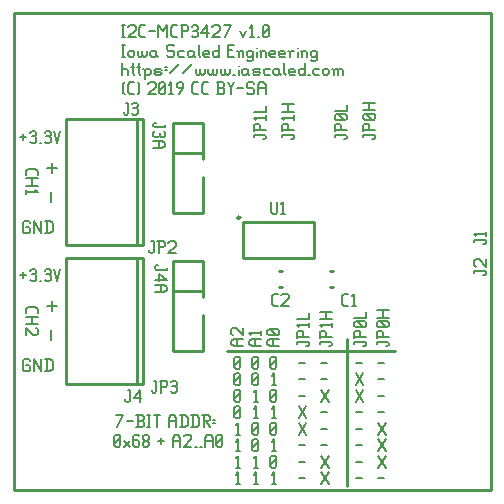
<source format=gbr>
G04 start of page 8 for group -4079 idx -4079 *
G04 Title: (unknown), topsilk *
G04 Creator: pcb 20140316 *
G04 CreationDate: Tue 26 Feb 2019 04:37:41 AM GMT UTC *
G04 For: railfan *
G04 Format: Gerber/RS-274X *
G04 PCB-Dimensions (mil): 1600.00 1600.00 *
G04 PCB-Coordinate-Origin: lower left *
%MOIN*%
%FSLAX25Y25*%
%LNTOPSILK*%
%ADD58C,0.0080*%
%ADD57C,0.0100*%
G54D57*X500Y500D02*X159500D01*
Y159500D01*
X500D01*
Y500D01*
X111500Y51000D02*Y2000D01*
X71500Y47000D02*X127500D01*
G54D58*X36500Y149000D02*X37500D01*
X37000D02*Y145000D01*
X36500D02*X37500D01*
X38700Y146500D02*Y145500D01*
Y146500D02*X39200Y147000D01*
X40200D01*
X40700Y146500D01*
Y145500D01*
X40200Y145000D02*X40700Y145500D01*
X39200Y145000D02*X40200D01*
X38700Y145500D02*X39200Y145000D01*
X41900Y147000D02*Y145500D01*
X42400Y145000D01*
X42900D01*
X43400Y145500D01*
Y147000D02*Y145500D01*
X43900Y145000D01*
X44400D01*
X44900Y145500D01*
Y147000D02*Y145500D01*
X47600Y147000D02*X48100Y146500D01*
X46600Y147000D02*X47600D01*
X46100Y146500D02*X46600Y147000D01*
X46100Y146500D02*Y145500D01*
X46600Y145000D01*
X48100Y147000D02*Y145500D01*
X48600Y145000D01*
X46600D02*X47600D01*
X48100Y145500D01*
X53600Y149000D02*X54100Y148500D01*
X52100Y149000D02*X53600D01*
X51600Y148500D02*X52100Y149000D01*
X51600Y148500D02*Y147500D01*
X52100Y147000D01*
X53600D01*
X54100Y146500D01*
Y145500D01*
X53600Y145000D02*X54100Y145500D01*
X52100Y145000D02*X53600D01*
X51600Y145500D02*X52100Y145000D01*
X55800Y147000D02*X57300D01*
X55300Y146500D02*X55800Y147000D01*
X55300Y146500D02*Y145500D01*
X55800Y145000D01*
X57300D01*
X60000Y147000D02*X60500Y146500D01*
X59000Y147000D02*X60000D01*
X58500Y146500D02*X59000Y147000D01*
X58500Y146500D02*Y145500D01*
X59000Y145000D01*
X60500Y147000D02*Y145500D01*
X61000Y145000D01*
X59000D02*X60000D01*
X60500Y145500D01*
X62200Y149000D02*Y145500D01*
X62700Y145000D01*
X64200D02*X65700D01*
X63700Y145500D02*X64200Y145000D01*
X63700Y146500D02*Y145500D01*
Y146500D02*X64200Y147000D01*
X65200D01*
X65700Y146500D01*
X63700Y146000D02*X65700D01*
Y146500D02*Y146000D01*
X68900Y149000D02*Y145000D01*
X68400D02*X68900Y145500D01*
X67400Y145000D02*X68400D01*
X66900Y145500D02*X67400Y145000D01*
X66900Y146500D02*Y145500D01*
Y146500D02*X67400Y147000D01*
X68400D01*
X68900Y146500D01*
X71900Y147200D02*X73400D01*
X71900Y145000D02*X73900D01*
X71900Y149000D02*Y145000D01*
Y149000D02*X73900D01*
X75600Y146500D02*Y145000D01*
Y146500D02*X76100Y147000D01*
X76600D01*
X77100Y146500D01*
Y145000D01*
X75100Y147000D02*X75600Y146500D01*
X79800Y147000D02*X80300Y146500D01*
X78800Y147000D02*X79800D01*
X78300Y146500D02*X78800Y147000D01*
X78300Y146500D02*Y145500D01*
X78800Y145000D01*
X79800D01*
X80300Y145500D01*
X78300Y144000D02*X78800Y143500D01*
X79800D01*
X80300Y144000D01*
Y147000D02*Y144000D01*
X81500Y148000D02*Y147900D01*
Y146500D02*Y145000D01*
X83000Y146500D02*Y145000D01*
Y146500D02*X83500Y147000D01*
X84000D01*
X84500Y146500D01*
Y145000D01*
X82500Y147000D02*X83000Y146500D01*
X86200Y145000D02*X87700D01*
X85700Y145500D02*X86200Y145000D01*
X85700Y146500D02*Y145500D01*
Y146500D02*X86200Y147000D01*
X87200D01*
X87700Y146500D01*
X85700Y146000D02*X87700D01*
Y146500D02*Y146000D01*
X89400Y145000D02*X90900D01*
X88900Y145500D02*X89400Y145000D01*
X88900Y146500D02*Y145500D01*
Y146500D02*X89400Y147000D01*
X90400D01*
X90900Y146500D01*
X88900Y146000D02*X90900D01*
Y146500D02*Y146000D01*
X92600Y146500D02*Y145000D01*
Y146500D02*X93100Y147000D01*
X94100D01*
X92100D02*X92600Y146500D01*
X95300Y148000D02*Y147900D01*
Y146500D02*Y145000D01*
X96800Y146500D02*Y145000D01*
Y146500D02*X97300Y147000D01*
X97800D01*
X98300Y146500D01*
Y145000D01*
X96300Y147000D02*X96800Y146500D01*
X101000Y147000D02*X101500Y146500D01*
X100000Y147000D02*X101000D01*
X99500Y146500D02*X100000Y147000D01*
X99500Y146500D02*Y145500D01*
X100000Y145000D01*
X101000D01*
X101500Y145500D01*
X99500Y144000D02*X100000Y143500D01*
X101000D01*
X101500Y144000D01*
Y147000D02*Y144000D01*
X36500Y155500D02*X37500D01*
X37000D02*Y151500D01*
X36500D02*X37500D01*
X38700Y155000D02*X39200Y155500D01*
X40700D01*
X41200Y155000D01*
Y154000D01*
X38700Y151500D02*X41200Y154000D01*
X38700Y151500D02*X41200D01*
X43100D02*X44400D01*
X42400Y152200D02*X43100Y151500D01*
X42400Y154800D02*Y152200D01*
Y154800D02*X43100Y155500D01*
X44400D01*
X45600Y153500D02*X47600D01*
X48800Y155500D02*Y151500D01*
Y155500D02*X50300Y153500D01*
X51800Y155500D01*
Y151500D01*
X53700D02*X55000D01*
X53000Y152200D02*X53700Y151500D01*
X53000Y154800D02*Y152200D01*
Y154800D02*X53700Y155500D01*
X55000D01*
X56700D02*Y151500D01*
X56200Y155500D02*X58200D01*
X58700Y155000D01*
Y154000D01*
X58200Y153500D02*X58700Y154000D01*
X56700Y153500D02*X58200D01*
X59900Y155000D02*X60400Y155500D01*
X61400D01*
X61900Y155000D01*
X61400Y151500D02*X61900Y152000D01*
X60400Y151500D02*X61400D01*
X59900Y152000D02*X60400Y151500D01*
Y153700D02*X61400D01*
X61900Y155000D02*Y154200D01*
Y153200D02*Y152000D01*
Y153200D02*X61400Y153700D01*
X61900Y154200D02*X61400Y153700D01*
X63100Y153000D02*X65100Y155500D01*
X63100Y153000D02*X65600D01*
X65100Y155500D02*Y151500D01*
X66800Y155000D02*X67300Y155500D01*
X68800D01*
X69300Y155000D01*
Y154000D01*
X66800Y151500D02*X69300Y154000D01*
X66800Y151500D02*X69300D01*
X71000D02*X73000Y155500D01*
X70500D02*X73000D01*
X76000Y153500D02*X77000Y151500D01*
X78000Y153500D02*X77000Y151500D01*
X79200Y154700D02*X80000Y155500D01*
Y151500D01*
X79200D02*X80700D01*
X81900D02*X82400D01*
X83600Y152000D02*X84100Y151500D01*
X83600Y155000D02*Y152000D01*
Y155000D02*X84100Y155500D01*
X85100D01*
X85600Y155000D01*
Y152000D01*
X85100Y151500D02*X85600Y152000D01*
X84100Y151500D02*X85100D01*
X83600Y152500D02*X85600Y154500D01*
X36500Y143000D02*Y139000D01*
Y140500D02*X37000Y141000D01*
X38000D01*
X38500Y140500D01*
Y139000D01*
X40200Y143000D02*Y139500D01*
X40700Y139000D01*
X39700Y141500D02*X40700D01*
X42200Y143000D02*Y139500D01*
X42700Y139000D01*
X41700Y141500D02*X42700D01*
X44200Y140500D02*Y137500D01*
X43700Y141000D02*X44200Y140500D01*
X44700Y141000D01*
X45700D01*
X46200Y140500D01*
Y139500D01*
X45700Y139000D02*X46200Y139500D01*
X44700Y139000D02*X45700D01*
X44200Y139500D02*X44700Y139000D01*
X47900D02*X49400D01*
X49900Y139500D01*
X49400Y140000D02*X49900Y139500D01*
X47900Y140000D02*X49400D01*
X47400Y140500D02*X47900Y140000D01*
X47400Y140500D02*X47900Y141000D01*
X49400D01*
X49900Y140500D01*
X47400Y139500D02*X47900Y139000D01*
X51100Y141500D02*X51600D01*
X51100Y140500D02*X51600D01*
X52800Y139500D02*X55800Y142500D01*
X57000Y139500D02*X60000Y142500D01*
X61200Y141000D02*Y139500D01*
X61700Y139000D01*
X62200D01*
X62700Y139500D01*
Y141000D02*Y139500D01*
X63200Y139000D01*
X63700D01*
X64200Y139500D01*
Y141000D02*Y139500D01*
X65400Y141000D02*Y139500D01*
X65900Y139000D01*
X66400D01*
X66900Y139500D01*
Y141000D02*Y139500D01*
X67400Y139000D01*
X67900D01*
X68400Y139500D01*
Y141000D02*Y139500D01*
X69600Y141000D02*Y139500D01*
X70100Y139000D01*
X70600D01*
X71100Y139500D01*
Y141000D02*Y139500D01*
X71600Y139000D01*
X72100D01*
X72600Y139500D01*
Y141000D02*Y139500D01*
X73800Y139000D02*X74300D01*
X75500Y142000D02*Y141900D01*
Y140500D02*Y139000D01*
X78000Y141000D02*X78500Y140500D01*
X77000Y141000D02*X78000D01*
X76500Y140500D02*X77000Y141000D01*
X76500Y140500D02*Y139500D01*
X77000Y139000D01*
X78500Y141000D02*Y139500D01*
X79000Y139000D01*
X77000D02*X78000D01*
X78500Y139500D01*
X80700Y139000D02*X82200D01*
X82700Y139500D01*
X82200Y140000D02*X82700Y139500D01*
X80700Y140000D02*X82200D01*
X80200Y140500D02*X80700Y140000D01*
X80200Y140500D02*X80700Y141000D01*
X82200D01*
X82700Y140500D01*
X80200Y139500D02*X80700Y139000D01*
X84400Y141000D02*X85900D01*
X83900Y140500D02*X84400Y141000D01*
X83900Y140500D02*Y139500D01*
X84400Y139000D01*
X85900D01*
X88600Y141000D02*X89100Y140500D01*
X87600Y141000D02*X88600D01*
X87100Y140500D02*X87600Y141000D01*
X87100Y140500D02*Y139500D01*
X87600Y139000D01*
X89100Y141000D02*Y139500D01*
X89600Y139000D01*
X87600D02*X88600D01*
X89100Y139500D01*
X90800Y143000D02*Y139500D01*
X91300Y139000D01*
X92800D02*X94300D01*
X92300Y139500D02*X92800Y139000D01*
X92300Y140500D02*Y139500D01*
Y140500D02*X92800Y141000D01*
X93800D01*
X94300Y140500D01*
X92300Y140000D02*X94300D01*
Y140500D02*Y140000D01*
X97500Y143000D02*Y139000D01*
X97000D02*X97500Y139500D01*
X96000Y139000D02*X97000D01*
X95500Y139500D02*X96000Y139000D01*
X95500Y140500D02*Y139500D01*
Y140500D02*X96000Y141000D01*
X97000D01*
X97500Y140500D01*
X98700Y139000D02*X99200D01*
X100900Y141000D02*X102400D01*
X100400Y140500D02*X100900Y141000D01*
X100400Y140500D02*Y139500D01*
X100900Y139000D01*
X102400D01*
X103600Y140500D02*Y139500D01*
Y140500D02*X104100Y141000D01*
X105100D01*
X105600Y140500D01*
Y139500D01*
X105100Y139000D02*X105600Y139500D01*
X104100Y139000D02*X105100D01*
X103600Y139500D02*X104100Y139000D01*
X107300Y140500D02*Y139000D01*
Y140500D02*X107800Y141000D01*
X108300D01*
X108800Y140500D01*
Y139000D01*
Y140500D02*X109300Y141000D01*
X109800D01*
X110300Y140500D01*
Y139000D01*
X106800Y141000D02*X107300Y140500D01*
X37000Y133000D02*X37500Y132500D01*
X37000Y136000D02*X37500Y136500D01*
X37000Y136000D02*Y133000D01*
X39400Y132500D02*X40700D01*
X38700Y133200D02*X39400Y132500D01*
X38700Y135800D02*Y133200D01*
Y135800D02*X39400Y136500D01*
X40700D01*
X41900D02*X42400Y136000D01*
Y133000D01*
X41900Y132500D02*X42400Y133000D01*
X45400Y136000D02*X45900Y136500D01*
X47400D01*
X47900Y136000D01*
Y135000D01*
X45400Y132500D02*X47900Y135000D01*
X45400Y132500D02*X47900D01*
X49100Y133000D02*X49600Y132500D01*
X49100Y136000D02*Y133000D01*
Y136000D02*X49600Y136500D01*
X50600D01*
X51100Y136000D01*
Y133000D01*
X50600Y132500D02*X51100Y133000D01*
X49600Y132500D02*X50600D01*
X49100Y133500D02*X51100Y135500D01*
X52300Y135700D02*X53100Y136500D01*
Y132500D01*
X52300D02*X53800D01*
X55500D02*X57000Y134500D01*
Y136000D02*Y134500D01*
X56500Y136500D02*X57000Y136000D01*
X55500Y136500D02*X56500D01*
X55000Y136000D02*X55500Y136500D01*
X55000Y136000D02*Y135000D01*
X55500Y134500D01*
X57000D01*
X60700Y132500D02*X62000D01*
X60000Y133200D02*X60700Y132500D01*
X60000Y135800D02*Y133200D01*
Y135800D02*X60700Y136500D01*
X62000D01*
X63900Y132500D02*X65200D01*
X63200Y133200D02*X63900Y132500D01*
X63200Y135800D02*Y133200D01*
Y135800D02*X63900Y136500D01*
X65200D01*
X68200Y132500D02*X70200D01*
X70700Y133000D01*
Y134200D02*Y133000D01*
X70200Y134700D02*X70700Y134200D01*
X68700Y134700D02*X70200D01*
X68700Y136500D02*Y132500D01*
X68200Y136500D02*X70200D01*
X70700Y136000D01*
Y135200D01*
X70200Y134700D02*X70700Y135200D01*
X71900Y136500D02*X72900Y134500D01*
X73900Y136500D01*
X72900Y134500D02*Y132500D01*
X75100Y134500D02*X77100D01*
X80300Y136500D02*X80800Y136000D01*
X78800Y136500D02*X80300D01*
X78300Y136000D02*X78800Y136500D01*
X78300Y136000D02*Y135000D01*
X78800Y134500D01*
X80300D01*
X80800Y134000D01*
Y133000D01*
X80300Y132500D02*X80800Y133000D01*
X78800Y132500D02*X80300D01*
X78300Y133000D02*X78800Y132500D01*
X82000Y135500D02*Y132500D01*
Y135500D02*X82700Y136500D01*
X83800D01*
X84500Y135500D01*
Y132500D01*
X82000Y134500D02*X84500D01*
X2800Y72300D02*X4800D01*
X3800Y73300D02*Y71300D01*
X6000Y73800D02*X6500Y74300D01*
X7500D01*
X8000Y73800D01*
X7500Y70300D02*X8000Y70800D01*
X6500Y70300D02*X7500D01*
X6000Y70800D02*X6500Y70300D01*
Y72500D02*X7500D01*
X8000Y73800D02*Y73000D01*
Y72000D02*Y70800D01*
Y72000D02*X7500Y72500D01*
X8000Y73000D02*X7500Y72500D01*
X9200Y70300D02*X9700D01*
X10900Y73800D02*X11400Y74300D01*
X12400D01*
X12900Y73800D01*
X12400Y70300D02*X12900Y70800D01*
X11400Y70300D02*X12400D01*
X10900Y70800D02*X11400Y70300D01*
Y72500D02*X12400D01*
X12900Y73800D02*Y73000D01*
Y72000D02*Y70800D01*
Y72000D02*X12400Y72500D01*
X12900Y73000D02*X12400Y72500D01*
X14100Y74300D02*X15100Y70300D01*
X16100Y74300D01*
X5600Y44300D02*X6100Y43800D01*
X4100Y44300D02*X5600D01*
X3600Y43800D02*X4100Y44300D01*
X3600Y43800D02*Y40800D01*
X4100Y40300D01*
X5600D01*
X6100Y40800D01*
Y41800D02*Y40800D01*
X5600Y42300D02*X6100Y41800D01*
X4600Y42300D02*X5600D01*
X7300Y44300D02*Y40300D01*
Y44300D02*X9800Y40300D01*
Y44300D02*Y40300D01*
X11500Y44300D02*Y40300D01*
X12800Y44300D02*X13500Y43600D01*
Y41000D01*
X12800Y40300D02*X13500Y41000D01*
X11000Y40300D02*X12800D01*
X11000Y44300D02*X12800D01*
X11600Y62020D02*X14920D01*
X13260Y63680D02*Y60360D01*
X13120Y53900D02*Y50580D01*
X4500Y60900D02*Y59600D01*
X5200Y61600D02*X4500Y60900D01*
X5200Y61600D02*X7800D01*
X8500Y60900D01*
Y59600D01*
X4500Y58400D02*X8500D01*
X4500Y55900D02*X8500D01*
X6500Y58400D02*Y55900D01*
X8000Y54700D02*X8500Y54200D01*
Y52700D01*
X8000Y52200D01*
X7000D02*X8000D01*
X4500Y54700D02*X7000Y52200D01*
X4500Y54700D02*Y52200D01*
Y107000D02*Y105700D01*
X5200Y107700D02*X4500Y107000D01*
X5200Y107700D02*X7800D01*
X8500Y107000D01*
Y105700D01*
X4500Y104500D02*X8500D01*
X4500Y102000D02*X8500D01*
X6500Y104500D02*Y102000D01*
X7700Y100800D02*X8500Y100000D01*
X4500D02*X8500D01*
X4500Y100800D02*Y99300D01*
X2800Y118300D02*X4800D01*
X3800Y119300D02*Y117300D01*
X6000Y119800D02*X6500Y120300D01*
X7500D01*
X8000Y119800D01*
X7500Y116300D02*X8000Y116800D01*
X6500Y116300D02*X7500D01*
X6000Y116800D02*X6500Y116300D01*
Y118500D02*X7500D01*
X8000Y119800D02*Y119000D01*
Y118000D02*Y116800D01*
Y118000D02*X7500Y118500D01*
X8000Y119000D02*X7500Y118500D01*
X9200Y116300D02*X9700D01*
X10900Y119800D02*X11400Y120300D01*
X12400D01*
X12900Y119800D01*
X12400Y116300D02*X12900Y116800D01*
X11400Y116300D02*X12400D01*
X10900Y116800D02*X11400Y116300D01*
Y118500D02*X12400D01*
X12900Y119800D02*Y119000D01*
Y118000D02*Y116800D01*
Y118000D02*X12400Y118500D01*
X12900Y119000D02*X12400Y118500D01*
X14100Y120300D02*X15100Y116300D01*
X16100Y120300D01*
X5600Y90300D02*X6100Y89800D01*
X4100Y90300D02*X5600D01*
X3600Y89800D02*X4100Y90300D01*
X3600Y89800D02*Y86800D01*
X4100Y86300D01*
X5600D01*
X6100Y86800D01*
Y87800D02*Y86800D01*
X5600Y88300D02*X6100Y87800D01*
X4600Y88300D02*X5600D01*
X7300Y90300D02*Y86300D01*
Y90300D02*X9800Y86300D01*
Y90300D02*Y86300D01*
X11500Y90300D02*Y86300D01*
X12800Y90300D02*X13500Y89600D01*
Y87000D01*
X12800Y86300D02*X13500Y87000D01*
X11000Y86300D02*X12800D01*
X11000Y90300D02*X12800D01*
X11600Y108020D02*X14920D01*
X13260Y109680D02*Y106360D01*
X13120Y99900D02*Y96580D01*
X80000Y48500D02*X83000D01*
X80000D02*X79000Y49200D01*
Y50300D02*Y49200D01*
Y50300D02*X80000Y51000D01*
X83000D01*
X81000D02*Y48500D01*
X79800Y52200D02*X79000Y53000D01*
X83000D01*
Y53700D02*Y52200D01*
X80000Y41500D02*X80500Y41000D01*
X80000Y44500D02*Y41500D01*
Y44500D02*X80500Y45000D01*
X81500D01*
X82000Y44500D01*
Y41500D01*
X81500Y41000D02*X82000Y41500D01*
X80500Y41000D02*X81500D01*
X80000Y42000D02*X82000Y44000D01*
X86000Y48500D02*X89000D01*
X86000D02*X85000Y49200D01*
Y50300D02*Y49200D01*
Y50300D02*X86000Y51000D01*
X89000D01*
X87000D02*Y48500D01*
X88500Y52200D02*X89000Y52700D01*
X85500Y52200D02*X88500D01*
X85500D02*X85000Y52700D01*
Y53700D02*Y52700D01*
Y53700D02*X85500Y54200D01*
X88500D01*
X89000Y53700D02*X88500Y54200D01*
X89000Y53700D02*Y52700D01*
X88000Y52200D02*X86000Y54200D01*
X74000Y48500D02*X77000D01*
X74000D02*X73000Y49200D01*
Y50300D02*Y49200D01*
Y50300D02*X74000Y51000D01*
X77000D01*
X75000D02*Y48500D01*
X73500Y52200D02*X73000Y52700D01*
Y54200D02*Y52700D01*
Y54200D02*X73500Y54700D01*
X74500D01*
X77000Y52200D02*X74500Y54700D01*
X77000D02*Y52200D01*
X74000Y41500D02*X74500Y41000D01*
X74000Y44500D02*Y41500D01*
Y44500D02*X74500Y45000D01*
X75500D01*
X76000Y44500D01*
Y41500D01*
X75500Y41000D02*X76000Y41500D01*
X74500Y41000D02*X75500D01*
X74000Y42000D02*X76000Y44000D01*
X74000Y36000D02*X74500Y35500D01*
X74000Y39000D02*Y36000D01*
Y39000D02*X74500Y39500D01*
X75500D01*
X76000Y39000D01*
Y36000D01*
X75500Y35500D02*X76000Y36000D01*
X74500Y35500D02*X75500D01*
X74000Y36500D02*X76000Y38500D01*
X74000Y30500D02*X74500Y30000D01*
X74000Y33500D02*Y30500D01*
Y33500D02*X74500Y34000D01*
X75500D01*
X76000Y33500D01*
Y30500D01*
X75500Y30000D02*X76000Y30500D01*
X74500Y30000D02*X75500D01*
X74000Y31000D02*X76000Y33000D01*
X86000Y41500D02*X86500Y41000D01*
X86000Y44500D02*Y41500D01*
Y44500D02*X86500Y45000D01*
X87500D01*
X88000Y44500D01*
Y41500D01*
X87500Y41000D02*X88000Y41500D01*
X86500Y41000D02*X87500D01*
X86000Y42000D02*X88000Y44000D01*
X80000Y36000D02*X80500Y35500D01*
X80000Y39000D02*Y36000D01*
Y39000D02*X80500Y39500D01*
X81500D01*
X82000Y39000D01*
Y36000D01*
X81500Y35500D02*X82000Y36000D01*
X80500Y35500D02*X81500D01*
X80000Y36500D02*X82000Y38500D01*
X86500Y38700D02*X87300Y39500D01*
Y35500D01*
X86500D02*X88000D01*
X86000Y30500D02*X86500Y30000D01*
X86000Y33500D02*Y30500D01*
Y33500D02*X86500Y34000D01*
X87500D01*
X88000Y33500D01*
Y30500D01*
X87500Y30000D02*X88000Y30500D01*
X86500Y30000D02*X87500D01*
X86000Y31000D02*X88000Y33000D01*
X80500Y33200D02*X81300Y34000D01*
Y30000D01*
X80500D02*X82000D01*
X74000Y25000D02*X74500Y24500D01*
X74000Y28000D02*Y25000D01*
Y28000D02*X74500Y28500D01*
X75500D01*
X76000Y28000D01*
Y25000D01*
X75500Y24500D02*X76000Y25000D01*
X74500Y24500D02*X75500D01*
X74000Y25500D02*X76000Y27500D01*
X80500Y27700D02*X81300Y28500D01*
Y24500D01*
X80500D02*X82000D01*
X74500Y22200D02*X75300Y23000D01*
Y19000D01*
X74500D02*X76000D01*
X74500Y16700D02*X75300Y17500D01*
Y13500D01*
X74500D02*X76000D01*
X74500Y11200D02*X75300Y12000D01*
Y8000D01*
X74500D02*X76000D01*
X74500Y5700D02*X75300Y6500D01*
Y2500D01*
X74500D02*X76000D01*
X86500Y27700D02*X87300Y28500D01*
Y24500D01*
X86500D02*X88000D01*
X80000Y19500D02*X80500Y19000D01*
X80000Y22500D02*Y19500D01*
Y22500D02*X80500Y23000D01*
X81500D01*
X82000Y22500D01*
Y19500D01*
X81500Y19000D02*X82000Y19500D01*
X80500Y19000D02*X81500D01*
X80000Y20000D02*X82000Y22000D01*
X86000Y19500D02*X86500Y19000D01*
X86000Y22500D02*Y19500D01*
Y22500D02*X86500Y23000D01*
X87500D01*
X88000Y22500D01*
Y19500D01*
X87500Y19000D02*X88000Y19500D01*
X86500Y19000D02*X87500D01*
X86000Y20000D02*X88000Y22000D01*
X80000Y14000D02*X80500Y13500D01*
X80000Y17000D02*Y14000D01*
Y17000D02*X80500Y17500D01*
X81500D01*
X82000Y17000D01*
Y14000D01*
X81500Y13500D02*X82000Y14000D01*
X80500Y13500D02*X81500D01*
X80000Y14500D02*X82000Y16500D01*
X86500Y16700D02*X87300Y17500D01*
Y13500D01*
X86500D02*X88000D01*
X86000Y8500D02*X86500Y8000D01*
X86000Y11500D02*Y8500D01*
Y11500D02*X86500Y12000D01*
X87500D01*
X88000Y11500D01*
Y8500D01*
X87500Y8000D02*X88000Y8500D01*
X86500Y8000D02*X87500D01*
X86000Y9000D02*X88000Y11000D01*
X80500Y11200D02*X81300Y12000D01*
Y8000D01*
X80500D02*X82000D01*
X80500Y5700D02*X81300Y6500D01*
Y2500D01*
X80500D02*X82000D01*
X86500Y5700D02*X87300Y6500D01*
Y2500D01*
X86500D02*X88000D01*
X35000Y21500D02*X37000Y25500D01*
X34500D02*X37000D01*
X38200Y23500D02*X40200D01*
X41400Y21500D02*X43400D01*
X43900Y22000D01*
Y23200D02*Y22000D01*
X43400Y23700D02*X43900Y23200D01*
X41900Y23700D02*X43400D01*
X41900Y25500D02*Y21500D01*
X41400Y25500D02*X43400D01*
X43900Y25000D01*
Y24200D01*
X43400Y23700D02*X43900Y24200D01*
X45100Y25500D02*X46100D01*
X45600D02*Y21500D01*
X45100D02*X46100D01*
X47300Y25500D02*X49300D01*
X48300D02*Y21500D01*
X52300Y24500D02*Y21500D01*
Y24500D02*X53000Y25500D01*
X54100D01*
X54800Y24500D01*
Y21500D01*
X52300Y23500D02*X54800D01*
X56500Y25500D02*Y21500D01*
X57800Y25500D02*X58500Y24800D01*
Y22200D01*
X57800Y21500D02*X58500Y22200D01*
X56000Y21500D02*X57800D01*
X56000Y25500D02*X57800D01*
X60200D02*Y21500D01*
X61500Y25500D02*X62200Y24800D01*
Y22200D01*
X61500Y21500D02*X62200Y22200D01*
X59700Y21500D02*X61500D01*
X59700Y25500D02*X61500D01*
X63400D02*X65400D01*
X65900Y25000D01*
Y24000D01*
X65400Y23500D02*X65900Y24000D01*
X63900Y23500D02*X65400D01*
X63900Y25500D02*Y21500D01*
X64700Y23500D02*X65900Y21500D01*
X67100Y24000D02*X67600D01*
X67100Y23000D02*X67600D01*
X34000Y15500D02*X34500Y15000D01*
X34000Y18500D02*Y15500D01*
Y18500D02*X34500Y19000D01*
X35500D01*
X36000Y18500D01*
Y15500D01*
X35500Y15000D02*X36000Y15500D01*
X34500Y15000D02*X35500D01*
X34000Y16000D02*X36000Y18000D01*
X37200Y17000D02*X39200Y15000D01*
X37200D02*X39200Y17000D01*
X41900Y19000D02*X42400Y18500D01*
X40900Y19000D02*X41900D01*
X40400Y18500D02*X40900Y19000D01*
X40400Y18500D02*Y15500D01*
X40900Y15000D01*
X41900Y17200D02*X42400Y16700D01*
X40400Y17200D02*X41900D01*
X40900Y15000D02*X41900D01*
X42400Y15500D01*
Y16700D02*Y15500D01*
X43600D02*X44100Y15000D01*
X43600Y16300D02*Y15500D01*
Y16300D02*X44300Y17000D01*
X44900D01*
X45600Y16300D01*
Y15500D01*
X45100Y15000D02*X45600Y15500D01*
X44100Y15000D02*X45100D01*
X43600Y17700D02*X44300Y17000D01*
X43600Y18500D02*Y17700D01*
Y18500D02*X44100Y19000D01*
X45100D01*
X45600Y18500D01*
Y17700D01*
X44900Y17000D02*X45600Y17700D01*
X48600Y17000D02*X50600D01*
X49600Y18000D02*Y16000D01*
X53600Y18000D02*Y15000D01*
Y18000D02*X54300Y19000D01*
X55400D01*
X56100Y18000D01*
Y15000D01*
X53600Y17000D02*X56100D01*
X57300Y18500D02*X57800Y19000D01*
X59300D01*
X59800Y18500D01*
Y17500D01*
X57300Y15000D02*X59800Y17500D01*
X57300Y15000D02*X59800D01*
X61000D02*X61500D01*
X62700D02*X63200D01*
X64400Y18000D02*Y15000D01*
Y18000D02*X65100Y19000D01*
X66200D01*
X66900Y18000D01*
Y15000D01*
X64400Y17000D02*X66900D01*
X68100Y15500D02*X68600Y15000D01*
X68100Y18500D02*Y15500D01*
Y18500D02*X68600Y19000D01*
X69600D01*
X70100Y18500D01*
Y15500D01*
X69600Y15000D02*X70100Y15500D01*
X68600Y15000D02*X69600D01*
X68100Y16000D02*X70100Y18000D01*
X114500Y35500D02*X117000Y39500D01*
X114500D02*X117000Y35500D01*
X114000Y50000D02*Y49200D01*
Y50000D02*X117500D01*
X118000Y49500D02*X117500Y50000D01*
X118000Y49500D02*Y49000D01*
X117500Y48500D02*X118000Y49000D01*
X117000Y48500D02*X117500D01*
X114000Y51700D02*X118000D01*
X114000Y53200D02*Y51200D01*
Y53200D02*X114500Y53700D01*
X115500D01*
X116000Y53200D02*X115500Y53700D01*
X116000Y53200D02*Y51700D01*
X117500Y54900D02*X118000Y55400D01*
X114500Y54900D02*X117500D01*
X114500D02*X114000Y55400D01*
Y56400D02*Y55400D01*
Y56400D02*X114500Y56900D01*
X117500D01*
X118000Y56400D02*X117500Y56900D01*
X118000Y56400D02*Y55400D01*
X117000Y54900D02*X115000Y56900D01*
X114000Y58100D02*X118000D01*
Y60100D02*Y58100D01*
X121500Y50000D02*Y49200D01*
Y50000D02*X125000D01*
X125500Y49500D02*X125000Y50000D01*
X125500Y49500D02*Y49000D01*
X125000Y48500D02*X125500Y49000D01*
X124500Y48500D02*X125000D01*
X121500Y51700D02*X125500D01*
X121500Y53200D02*Y51200D01*
Y53200D02*X122000Y53700D01*
X123000D01*
X123500Y53200D02*X123000Y53700D01*
X123500Y53200D02*Y51700D01*
X125000Y54900D02*X125500Y55400D01*
X122000Y54900D02*X125000D01*
X122000D02*X121500Y55400D01*
Y56400D02*Y55400D01*
Y56400D02*X122000Y56900D01*
X125000D01*
X125500Y56400D02*X125000Y56900D01*
X125500Y56400D02*Y55400D01*
X124500Y54900D02*X122500Y56900D01*
X121500Y58100D02*X125500D01*
X121500Y60600D02*X125500D01*
X123500D02*Y58100D01*
X122000Y43000D02*X124000D01*
X122000Y37500D02*X124000D01*
X114500Y43000D02*X116500D01*
X114500Y30000D02*X117000Y34000D01*
X114500D02*X117000Y30000D01*
X114500Y26500D02*X116500D01*
X114500Y21000D02*X116500D01*
X114500Y15500D02*X116500D01*
X114500Y10000D02*X116500D01*
X114500Y4500D02*X116500D01*
X122000Y19000D02*X124500Y23000D01*
X122000D02*X124500Y19000D01*
X122000Y13500D02*X124500Y17500D01*
X122000D02*X124500Y13500D01*
X122000Y8000D02*X124500Y12000D01*
X122000D02*X124500Y8000D01*
X122000Y32000D02*X124000D01*
X122000Y26500D02*X124000D01*
X122000Y4500D02*X124000D01*
X103000Y30000D02*X105500Y34000D01*
X103000D02*X105500Y30000D01*
X95500Y24500D02*X98000Y28500D01*
X95500D02*X98000Y24500D01*
X95500Y32000D02*X97500D01*
X103000Y26500D02*X105000D01*
X95500Y19000D02*X98000Y23000D01*
X95500D02*X98000Y19000D01*
X95500Y15500D02*X97500D01*
X95500Y10000D02*X97500D01*
X95500Y4500D02*X97500D01*
X103000Y8000D02*X105500Y12000D01*
X103000D02*X105500Y8000D01*
X103000Y2500D02*X105500Y6500D01*
X103000D02*X105500Y2500D01*
X103000Y21000D02*X105000D01*
X103000Y15500D02*X105000D01*
X95000Y50000D02*Y49200D01*
Y50000D02*X98500D01*
X99000Y49500D02*X98500Y50000D01*
X99000Y49500D02*Y49000D01*
X98500Y48500D02*X99000Y49000D01*
X98000Y48500D02*X98500D01*
X95000Y51700D02*X99000D01*
X95000Y53200D02*Y51200D01*
Y53200D02*X95500Y53700D01*
X96500D01*
X97000Y53200D02*X96500Y53700D01*
X97000Y53200D02*Y51700D01*
X95800Y54900D02*X95000Y55700D01*
X99000D01*
Y56400D02*Y54900D01*
X95000Y57600D02*X99000D01*
Y59600D02*Y57600D01*
X95500Y43000D02*X97500D01*
X95500Y37500D02*X97500D01*
X102500Y50000D02*Y49200D01*
Y50000D02*X106000D01*
X106500Y49500D02*X106000Y50000D01*
X106500Y49500D02*Y49000D01*
X106000Y48500D02*X106500Y49000D01*
X105500Y48500D02*X106000D01*
X102500Y51700D02*X106500D01*
X102500Y53200D02*Y51200D01*
Y53200D02*X103000Y53700D01*
X104000D01*
X104500Y53200D02*X104000Y53700D01*
X104500Y53200D02*Y51700D01*
X103300Y54900D02*X102500Y55700D01*
X106500D01*
Y56400D02*Y54900D01*
X102500Y57600D02*X106500D01*
X102500Y60100D02*X106500D01*
X104500D02*Y57600D01*
X103000Y37500D02*X105000D01*
X103000Y43000D02*X105000D01*
G54D57*X89107Y68245D02*X89893D01*
X89107Y73755D02*X89893D01*
X106107D02*X106893D01*
X106107Y68245D02*X106893D01*
X53500Y77000D02*Y47000D01*
X63500D01*
Y77000D02*X53500D01*
Y67000D02*X63500D01*
Y65000D02*Y77000D01*
Y47000D02*Y59000D01*
X43500Y78000D02*X18000D01*
X43500Y36000D02*X18000D01*
X43500Y78000D02*Y36000D01*
X41500Y78000D02*Y36000D01*
X18000Y78000D02*Y36000D01*
X53500Y123000D02*Y93000D01*
X63500D01*
Y123000D02*X53500D01*
Y113000D02*X63500D01*
Y111000D02*Y123000D01*
Y93000D02*Y105000D01*
X43600Y124200D02*X18100D01*
X43600Y82200D02*X18100D01*
X43600Y124200D02*Y82200D01*
X41600Y124200D02*Y82200D01*
X18100Y124200D02*Y82200D01*
X77141Y89969D02*X100763D01*
Y78157D01*
X77141D01*
Y89969D01*
X75141Y91469D02*G75*G03X75141Y91469I500J0D01*G01*
G54D58*X107500Y119000D02*Y118200D01*
Y119000D02*X111000D01*
X111500Y118500D02*X111000Y119000D01*
X111500Y118500D02*Y118000D01*
X111000Y117500D02*X111500Y118000D01*
X110500Y117500D02*X111000D01*
X107500Y120700D02*X111500D01*
X107500Y122200D02*Y120200D01*
Y122200D02*X108000Y122700D01*
X109000D01*
X109500Y122200D02*X109000Y122700D01*
X109500Y122200D02*Y120700D01*
X111000Y123900D02*X111500Y124400D01*
X108000Y123900D02*X111000D01*
X108000D02*X107500Y124400D01*
Y125400D02*Y124400D01*
Y125400D02*X108000Y125900D01*
X111000D01*
X111500Y125400D02*X111000Y125900D01*
X111500Y125400D02*Y124400D01*
X110500Y123900D02*X108500Y125900D01*
X107500Y127100D02*X111500D01*
Y129100D02*Y127100D01*
X90000Y119100D02*Y118300D01*
Y119100D02*X93500D01*
X94000Y118600D02*X93500Y119100D01*
X94000Y118600D02*Y118100D01*
X93500Y117600D02*X94000Y118100D01*
X93000Y117600D02*X93500D01*
X90000Y120800D02*X94000D01*
X90000Y122300D02*Y120300D01*
Y122300D02*X90500Y122800D01*
X91500D01*
X92000Y122300D02*X91500Y122800D01*
X92000Y122300D02*Y120800D01*
X90800Y124000D02*X90000Y124800D01*
X94000D01*
Y125500D02*Y124000D01*
X90000Y126700D02*X94000D01*
X90000Y129200D02*X94000D01*
X92000D02*Y126700D01*
X117000Y119100D02*Y118300D01*
Y119100D02*X120500D01*
X121000Y118600D02*X120500Y119100D01*
X121000Y118600D02*Y118100D01*
X120500Y117600D02*X121000Y118100D01*
X120000Y117600D02*X120500D01*
X117000Y120800D02*X121000D01*
X117000Y122300D02*Y120300D01*
Y122300D02*X117500Y122800D01*
X118500D01*
X119000Y122300D02*X118500Y122800D01*
X119000Y122300D02*Y120800D01*
X120500Y124000D02*X121000Y124500D01*
X117500Y124000D02*X120500D01*
X117500D02*X117000Y124500D01*
Y125500D02*Y124500D01*
Y125500D02*X117500Y126000D01*
X120500D01*
X121000Y125500D02*X120500Y126000D01*
X121000Y125500D02*Y124500D01*
X120000Y124000D02*X118000Y126000D01*
X117000Y127200D02*X121000D01*
X117000Y129700D02*X121000D01*
X119000D02*Y127200D01*
X154000Y84000D02*Y83200D01*
Y84000D02*X157500D01*
X158000Y83500D02*X157500Y84000D01*
X158000Y83500D02*Y83000D01*
X157500Y82500D02*X158000Y83000D01*
X157000Y82500D02*X157500D01*
X154800Y85200D02*X154000Y86000D01*
X158000D01*
Y86700D02*Y85200D01*
X86452Y96763D02*Y93263D01*
X86952Y92763D01*
X87952D01*
X88452Y93263D01*
Y96763D02*Y93263D01*
X89652Y95963D02*X90452Y96763D01*
Y92763D01*
X89652D02*X91152D01*
X51000Y122300D02*Y121500D01*
X47500D02*X51000D01*
X47000Y122000D02*X47500Y121500D01*
X47000Y122500D02*Y122000D01*
X47500Y123000D02*X47000Y122500D01*
X47500Y123000D02*X48000D01*
X50500Y120300D02*X51000Y119800D01*
Y118800D01*
X50500Y118300D01*
X47000Y118800D02*X47500Y118300D01*
X47000Y119800D02*Y118800D01*
X47500Y120300D02*X47000Y119800D01*
X49200D02*Y118800D01*
X49700Y118300D02*X50500D01*
X47500D02*X48700D01*
X49200Y118800D01*
X49700Y118300D02*X49200Y118800D01*
X47000Y117100D02*X50000D01*
X51000Y116400D01*
Y115300D01*
X50000Y114600D01*
X47000D02*X50000D01*
X49000Y117100D02*Y114600D01*
X37900Y129800D02*X38700D01*
Y126300D01*
X38200Y125800D02*X38700Y126300D01*
X37700Y125800D02*X38200D01*
X37200Y126300D02*X37700Y125800D01*
X37200Y126800D02*Y126300D01*
X39900Y129300D02*X40400Y129800D01*
X41400D01*
X41900Y129300D01*
X41400Y125800D02*X41900Y126300D01*
X40400Y125800D02*X41400D01*
X39900Y126300D02*X40400Y125800D01*
Y128000D02*X41400D01*
X41900Y129300D02*Y128500D01*
Y127500D02*Y126300D01*
Y127500D02*X41400Y128000D01*
X41900Y128500D02*X41400Y128000D01*
X80500Y119100D02*Y118300D01*
Y119100D02*X84000D01*
X84500Y118600D02*X84000Y119100D01*
X84500Y118600D02*Y118100D01*
X84000Y117600D02*X84500Y118100D01*
X83500Y117600D02*X84000D01*
X80500Y120800D02*X84500D01*
X80500Y122300D02*Y120300D01*
Y122300D02*X81000Y122800D01*
X82000D01*
X82500Y122300D02*X82000Y122800D01*
X82500Y122300D02*Y120800D01*
X81300Y124000D02*X80500Y124800D01*
X84500D01*
Y125500D02*Y124000D01*
X80500Y126700D02*X84500D01*
Y128700D02*Y126700D01*
X87200Y62000D02*X88500D01*
X86500Y62700D02*X87200Y62000D01*
X86500Y65300D02*Y62700D01*
Y65300D02*X87200Y66000D01*
X88500D01*
X89700Y65500D02*X90200Y66000D01*
X91700D01*
X92200Y65500D01*
Y64500D01*
X89700Y62000D02*X92200Y64500D01*
X89700Y62000D02*X92200D01*
X110700D02*X112000D01*
X110000Y62700D02*X110700Y62000D01*
X110000Y65300D02*Y62700D01*
Y65300D02*X110700Y66000D01*
X112000D01*
X113200Y65200D02*X114000Y66000D01*
Y62000D01*
X113200D02*X114700D01*
X46400Y83500D02*X47200D01*
Y80000D01*
X46700Y79500D02*X47200Y80000D01*
X46200Y79500D02*X46700D01*
X45700Y80000D02*X46200Y79500D01*
X45700Y80500D02*Y80000D01*
X48900Y83500D02*Y79500D01*
X48400Y83500D02*X50400D01*
X50900Y83000D01*
Y82000D01*
X50400Y81500D02*X50900Y82000D01*
X48900Y81500D02*X50400D01*
X52100Y83000D02*X52600Y83500D01*
X54100D01*
X54600Y83000D01*
Y82000D01*
X52100Y79500D02*X54600Y82000D01*
X52100Y79500D02*X54600D01*
X154000Y73800D02*Y73000D01*
Y73800D02*X157500D01*
X158000Y73300D02*X157500Y73800D01*
X158000Y73300D02*Y72800D01*
X157500Y72300D02*X158000Y72800D01*
X157000Y72300D02*X157500D01*
X154500Y75000D02*X154000Y75500D01*
Y77000D02*Y75500D01*
Y77000D02*X154500Y77500D01*
X155500D01*
X158000Y75000D02*X155500Y77500D01*
X158000D02*Y75000D01*
X51500Y74800D02*Y74000D01*
X48000D02*X51500D01*
X47500Y74500D02*X48000Y74000D01*
X47500Y75000D02*Y74500D01*
X48000Y75500D02*X47500Y75000D01*
X48000Y75500D02*X48500D01*
X49000Y72800D02*X51500Y70800D01*
X49000Y72800D02*Y70300D01*
X47500Y70800D02*X51500D01*
X47500Y69100D02*X50500D01*
X51500Y68400D01*
Y67300D01*
X50500Y66600D01*
X47500D02*X50500D01*
X49500Y69100D02*Y66600D01*
X38500Y33900D02*X39300D01*
Y30400D01*
X38800Y29900D02*X39300Y30400D01*
X38300Y29900D02*X38800D01*
X37800Y30400D02*X38300Y29900D01*
X37800Y30900D02*Y30400D01*
X40500Y31400D02*X42500Y33900D01*
X40500Y31400D02*X43000D01*
X42500Y33900D02*Y29900D01*
X47200Y37100D02*X48000D01*
Y33600D01*
X47500Y33100D02*X48000Y33600D01*
X47000Y33100D02*X47500D01*
X46500Y33600D02*X47000Y33100D01*
X46500Y34100D02*Y33600D01*
X49700Y37100D02*Y33100D01*
X49200Y37100D02*X51200D01*
X51700Y36600D01*
Y35600D01*
X51200Y35100D02*X51700Y35600D01*
X49700Y35100D02*X51200D01*
X52900Y36600D02*X53400Y37100D01*
X54400D01*
X54900Y36600D01*
X54400Y33100D02*X54900Y33600D01*
X53400Y33100D02*X54400D01*
X52900Y33600D02*X53400Y33100D01*
Y35300D02*X54400D01*
X54900Y36600D02*Y35800D01*
Y34800D02*Y33600D01*
Y34800D02*X54400Y35300D01*
X54900Y35800D02*X54400Y35300D01*
M02*

</source>
